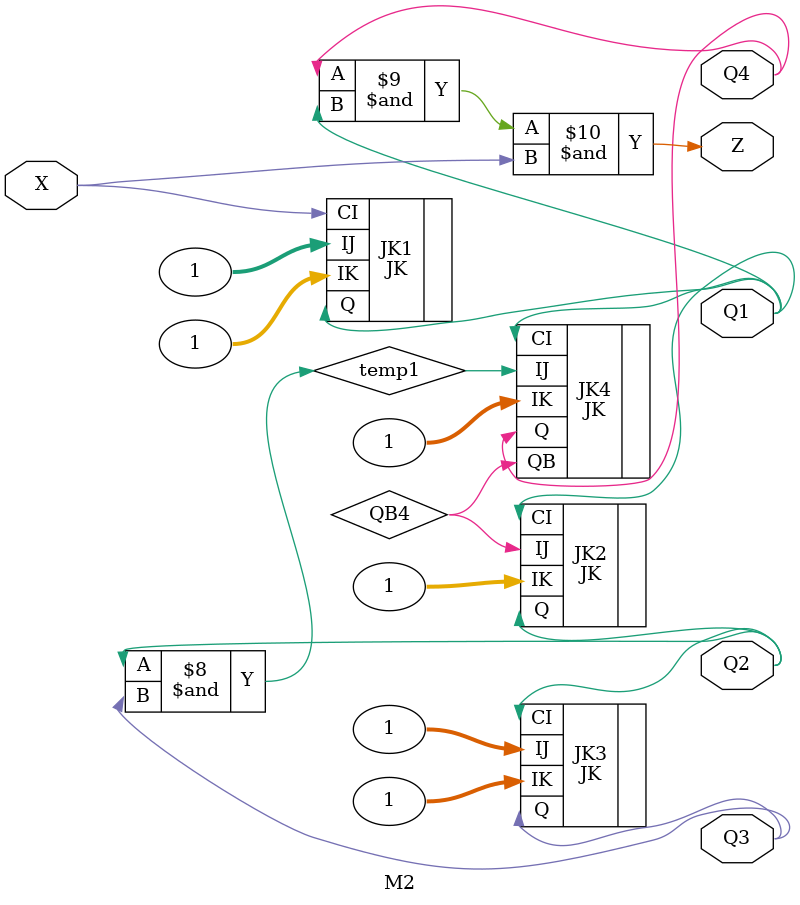
<source format=v>
`timescale 1ns / 1ps
module M2(
    input X,
    output reg Z=0,
    output Q1,Q2,Q3,Q4
    );
wire QB4;
reg temp1;
JK JK1(.IJ(1),.IK(1),.CI(X),.Q(Q1));
JK JK2(.IJ(QB4),.IK(1),.CI(Q1),.Q(Q2));
JK JK3(.IJ(1),.IK(1),.CI(Q2),.Q(Q3));
JK JK4(.IJ(temp1),.IK(1),.CI(Q1),.Q(Q4),.QB(QB4));
always @ (*) begin
    temp1=Q2&Q3;
    Z=Q4&Q1&X;
end
endmodule

</source>
